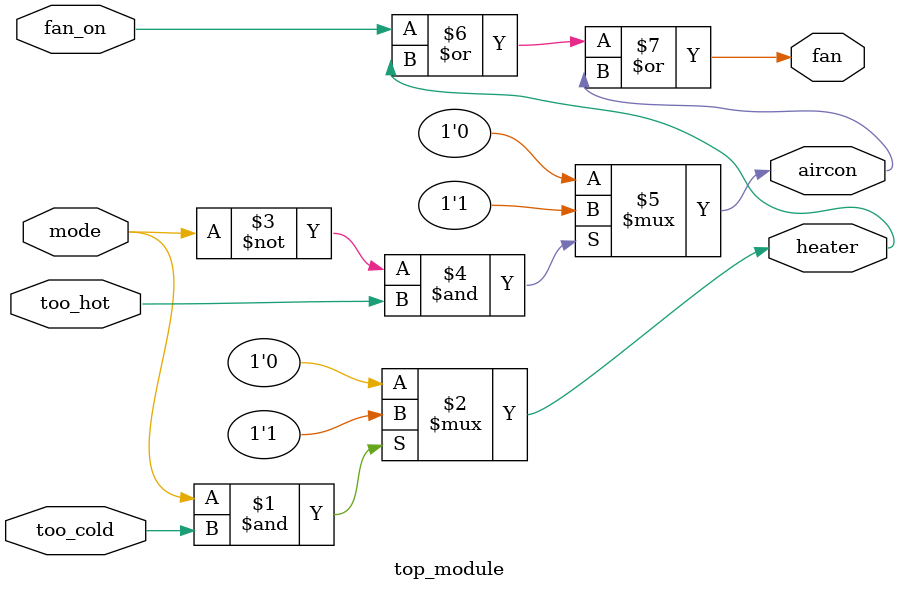
<source format=v>
module top_module (
    input too_cold,
    input too_hot,
    input mode,
    input fan_on,
    output heater,
    output aircon,
    output fan
); 
    assign heater = (mode&too_cold)?1'b1:1'b0;
    assign aircon = (~mode&too_hot)?1'b1:1'b0;
    assign fan = fan_on|heater|aircon;

endmodule

</source>
